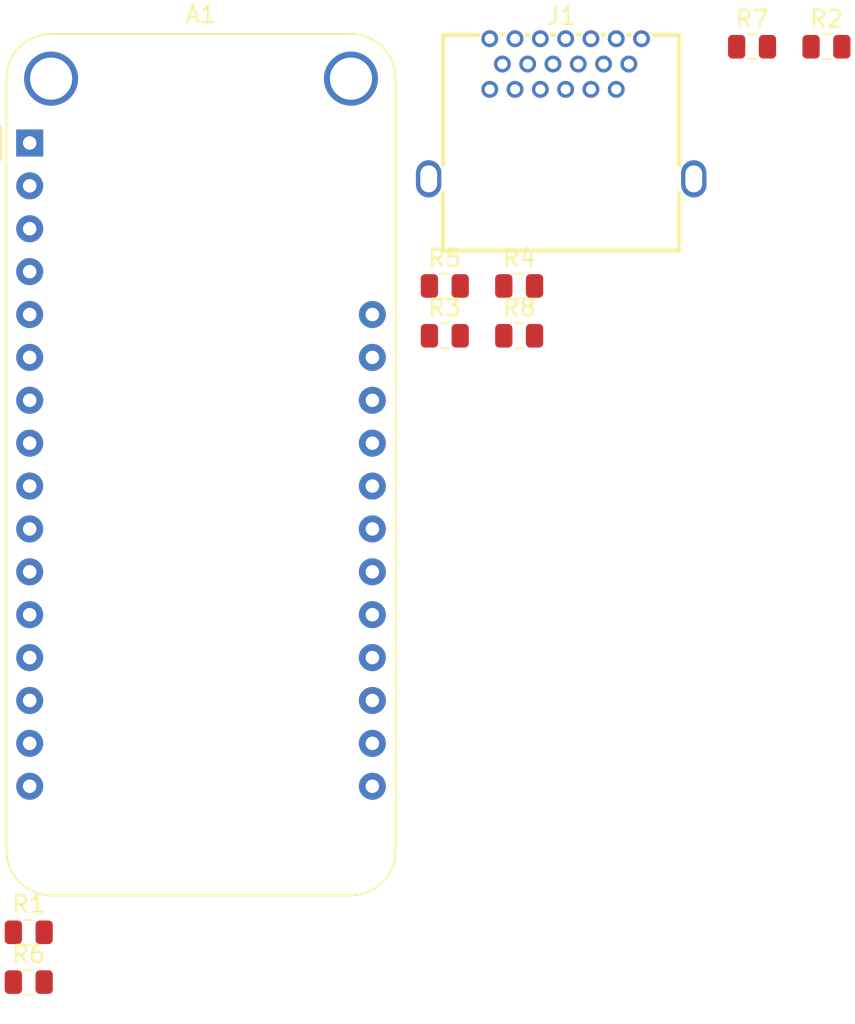
<source format=kicad_pcb>
(kicad_pcb (version 20210228) (generator pcbnew)
  (layers (0 "F.Cu" signal) (31 "B.Cu" signal) (34 "B.Paste" user) (35 "F.Paste" user) (36 "B.SilkS" user "B.Silkscreen") (37 "F.SilkS" user "F.Silkscreen") (38 "B.Mask" user) (39 "F.Mask" user) (44 "Edge.Cuts" user))
  (net 0 "")
  (net 3 "/WING_D2+")
  (net 4 "/WING_D2-")
  (net 5 "/WING_D1+")
  (net 6 "/WING_D1-")
  (net 7 "/WING_D0+")
  (net 8 "/WING_D0-")
  (net 10 "+5V")
  (net 16 "GND")
  (net 21 "/WING_CK+")
  (net 22 "/WING_CK-")
  (net 34 "Net-(J1-Pad12)")
  (net 35 "Net-(J1-Pad10)")
  (net 36 "Net-(J1-Pad9)")
  (net 37 "Net-(J1-Pad7)")
  (net 38 "Net-(J1-Pad6)")
  (net 39 "Net-(J1-Pad4)")
  (net 40 "Net-(J1-Pad3)")
  (net 41 "Net-(J1-Pad1)")
  (footprint "Resistor_SMD:R_0805_2012Metric" (layer "F.Cu") (at 164.974 84.089)
    (fp_text reference "R2" (at 0 -1.65) (layer "F.SilkS"))
    (fp_text value "270")
    (fp_line (start -0.227064 -0.735) (end 0.227064 -0.735) (layer "F.SilkS") (width 0.12))
    (fp_line (start -0.227064 0.735) (end 0.227064 0.735) (layer "F.SilkS") (width 0.12))
    (pad "1" smd roundrect (at -0.9125 0) (size 1.025 1.4) (layers "F.Cu" "F.Paste" "F.Mask") (roundrect_rratio 0.243902) (net 5 "/WING_D1+"))
    (pad "2" smd roundrect (at 0.9125 0) (size 1.025 1.4) (layers "F.Cu" "F.Paste" "F.Mask") (roundrect_rratio 0.243902) (net 39 "Net-(J1-Pad4)"))
  )
  (footprint "Resistor_SMD:R_0805_2012Metric" (layer "F.Cu") (at 146.754 98.259)
    (fp_text reference "R4" (at 0 -1.65) (layer "F.SilkS"))
    (fp_text value "270")
    (fp_line (start -0.227064 -0.735) (end 0.227064 -0.735) (layer "F.SilkS") (width 0.12))
    (fp_line (start -0.227064 0.735) (end 0.227064 0.735) (layer "F.SilkS") (width 0.12))
    (pad "1" smd roundrect (at -0.9125 0) (size 1.025 1.4) (layers "F.Cu" "F.Paste" "F.Mask") (roundrect_rratio 0.243902) (net 21 "/WING_CK+"))
    (pad "2" smd roundrect (at 0.9125 0) (size 1.025 1.4) (layers "F.Cu" "F.Paste" "F.Mask") (roundrect_rratio 0.243902) (net 35 "Net-(J1-Pad10)"))
  )
  (footprint "HDMI:HDMI-TH_HYC12-HDMIA19-61" (layer "F.Cu") (at 149.249 87.764)
    (fp_text reference "J1" (at 0 -5.5) (layer "F.SilkS"))
    (fp_text value "HDMI_A")
    (fp_line (start -7 3.33) (end -7 -4.381) (layer "F.SilkS") (width 0.254))
    (fp_line (start -7 8.4) (end -7 4.97) (layer "F.SilkS") (width 0.254))
    (fp_line (start 7 3.33) (end 7 -4.381) (layer "F.SilkS") (width 0.254))
    (fp_line (start -7 8.4) (end 7 8.4) (layer "F.SilkS") (width 0.254))
    (fp_line (start 2.566 -4.381) (end 2.454 -4.381) (layer "F.SilkS") (width 0.254))
    (fp_line (start 7 8.4) (end 7 4.97) (layer "F.SilkS") (width 0.254))
    (fp_line (start 4.066 -4.381) (end 3.954 -4.381) (layer "F.SilkS") (width 0.254))
    (fp_line (start -4.934 -4.381) (end -7 -4.381) (layer "F.SilkS") (width 0.254))
    (fp_line (start 7 -4.381) (end 5.454 -4.381) (layer "F.SilkS") (width 0.254))
    (fp_line (start -3.434 -4.381) (end -3.547 -4.381) (layer "F.SilkS") (width 0.254))
    (fp_line (start 1.066 -4.381) (end 0.954 -4.381) (layer "F.SilkS") (width 0.254))
    (fp_line (start -1.934 -4.381) (end -2.047 -4.381) (layer "F.SilkS") (width 0.254))
    (fp_line (start -0.434 -4.381) (end -0.546 -4.381) (layer "F.SilkS") (width 0.254))
    (pad "" np_thru_hole circle (at 0 2.35) (size 1.8 1.8) (drill 1.8) (layers *.Cu *.Mask))
    (pad "1" thru_hole circle (at 4.76 -4.15) (size 1 1) (drill 0.6) (layers *.Cu *.Paste *.Mask) (net 41 "Net-(J1-Pad1)"))
    (pad "2" thru_hole circle (at 4.01 -2.65) (size 1 1) (drill 0.6) (layers *.Cu *.Paste *.Mask) (net 16 "GND"))
    (pad "3" thru_hole circle (at 3.26 -4.15) (size 1 1) (drill 0.6) (layers *.Cu *.Paste *.Mask) (net 40 "Net-(J1-Pad3)"))
    (pad "4" thru_hole circle (at 3.26 -1.15) (size 1 1) (drill 0.6) (layers *.Cu *.Paste *.Mask) (net 39 "Net-(J1-Pad4)"))
    (pad "5" thru_hole circle (at 2.51 -2.65) (size 1 1) (drill 0.6) (layers *.Cu *.Paste *.Mask) (net 16 "GND"))
    (pad "6" thru_hole circle (at 1.76 -1.15) (size 1 1) (drill 0.6) (layers *.Cu *.Paste *.Mask) (net 38 "Net-(J1-Pad6)"))
    (pad "7" thru_hole circle (at 1.76 -4.15) (size 1 1) (drill 0.6) (layers *.Cu *.Paste *.Mask) (net 37 "Net-(J1-Pad7)"))
    (pad "8" thru_hole circle (at 1.01 -2.65) (size 1 1) (drill 0.6) (layers *.Cu *.Paste *.Mask) (net 16 "GND"))
    (pad "9" thru_hole circle (at 0.26 -4.15) (size 1 1) (drill 0.6) (layers *.Cu *.Paste *.Mask) (net 36 "Net-(J1-Pad9)"))
    (pad "10" thru_hole circle (at 0.26 -1.15) (size 1 1) (drill 0.6) (layers *.Cu *.Paste *.Mask) (net 35 "Net-(J1-Pad10)"))
    (pad "11" thru_hole circle (at -0.49 -2.65) (size 1 1) (drill 0.6) (layers *.Cu *.Paste *.Mask) (net 16 "GND"))
    (pad "12" thru_hole circle (at -1.24 -1.15) (size 1 1) (drill 0.6) (layers *.Cu *.Paste *.Mask) (net 34 "Net-(J1-Pad12)"))
    (pad "13" thru_hole circle (at -1.24 -4.15) (size 1 1) (drill 0.6) (layers *.Cu *.Paste *.Mask))
    (pad "14" thru_hole circle (at -1.99 -2.65) (size 1 1) (drill 0.6) (layers *.Cu *.Paste *.Mask))
    (pad "15" thru_hole circle (at -2.74 -4.15) (size 1 1) (drill 0.6) (layers *.Cu *.Paste *.Mask))
    (pad "16" thru_hole circle (at -2.74 -1.15) (size 1 1) (drill 0.6) (layers *.Cu *.Paste *.Mask))
    (pad "17" thru_hole circle (at -3.49 -2.65) (size 1 1) (drill 0.6) (layers *.Cu *.Paste *.Mask) (net 16 "GND"))
    (pad "18" thru_hole circle (at -4.24 -1.15) (size 1 1) (drill 0.6) (layers *.Cu *.Paste *.Mask) (net 10 "+5V"))
    (pad "19" thru_hole circle (at -4.24 -4.15) (size 1 1) (drill 0.6) (layers *.Cu *.Paste *.Mask))
    (pad "SH" thru_hole oval (at 7.86 4.15) (size 1.5 2.2) (drill oval 1 1.6) (layers *.Cu *.Paste *.Mask) (net 16 "GND"))
    (pad "SH" thru_hole oval (at -7.86 4.15) (size 1.5 2.2) (drill oval 1 1.6) (layers *.Cu *.Paste *.Mask) (net 16 "GND"))
  )
  (footprint "Resistor_SMD:R_0805_2012Metric" (layer "F.Cu") (at 117.674 139.489)
    (fp_text reference "R6" (at 0 -1.65) (layer "F.SilkS"))
    (fp_text value "270")
    (fp_line (start -0.227064 -0.735) (end 0.227064 -0.735) (layer "F.SilkS") (width 0.12))
    (fp_line (start -0.227064 0.735) (end 0.227064 0.735) (layer "F.SilkS") (width 0.12))
    (pad "1" smd roundrect (at -0.9125 0) (size 1.025 1.4) (layers "F.Cu" "F.Paste" "F.Mask") (roundrect_rratio 0.243902) (net 6 "/WING_D1-"))
    (pad "2" smd roundrect (at 0.9125 0) (size 1.025 1.4) (layers "F.Cu" "F.Paste" "F.Mask") (roundrect_rratio 0.243902) (net 38 "Net-(J1-Pad6)"))
  )
  (footprint "Resistor_SMD:R_0805_2012Metric" (layer "F.Cu") (at 142.344 98.259)
    (fp_text reference "R5" (at 0 -1.65) (layer "F.SilkS"))
    (fp_text value "270")
    (fp_line (start -0.227064 0.735) (end 0.227064 0.735) (layer "F.SilkS") (width 0.12))
    (fp_line (start -0.227064 -0.735) (end 0.227064 -0.735) (layer "F.SilkS") (width 0.12))
    (pad "1" smd roundrect (at -0.9125 0) (size 1.025 1.4) (layers "F.Cu" "F.Paste" "F.Mask") (roundrect_rratio 0.243902) (net 4 "/WING_D2-"))
    (pad "2" smd roundrect (at 0.9125 0) (size 1.025 1.4) (layers "F.Cu" "F.Paste" "F.Mask") (roundrect_rratio 0.243902) (net 40 "Net-(J1-Pad3)"))
  )
  (footprint "Resistor_SMD:R_0805_2012Metric" (layer "F.Cu") (at 142.344 101.209)
    (fp_text reference "R3" (at 0 -1.65) (layer "F.SilkS"))
    (fp_text value "270")
    (fp_line (start -0.227064 0.735) (end 0.227064 0.735) (layer "F.SilkS") (width 0.12))
    (fp_line (start -0.227064 -0.735) (end 0.227064 -0.735) (layer "F.SilkS") (width 0.12))
    (pad "1" smd roundrect (at -0.9125 0) (size 1.025 1.4) (layers "F.Cu" "F.Paste" "F.Mask") (roundrect_rratio 0.243902) (net 7 "/WING_D0+"))
    (pad "2" smd roundrect (at 0.9125 0) (size 1.025 1.4) (layers "F.Cu" "F.Paste" "F.Mask") (roundrect_rratio 0.243902) (net 37 "Net-(J1-Pad7)"))
  )
  (footprint "Module:Adafruit_Feather_WithMountingHoles" (layer "F.Cu") (at 117.729 89.789)
    (fp_text reference "A1" (at 10.16 -7.62) (layer "F.SilkS"))
    (fp_text value "Adafruit_Feather_Generic")
    (fp_line (start 19.05 44.56) (end 1.27 44.56) (layer "F.SilkS") (width 0.12))
    (fp_line (start 21.7 -3.81) (end 21.7 41.91) (layer "F.SilkS") (width 0.12))
    (fp_line (start 19.05 -6.46) (end 1.27 -6.46) (layer "F.SilkS") (width 0.12))
    (fp_line (start -1.7 1) (end -1.7 -1) (layer "F.SilkS") (width 0.12))
    (fp_line (start -1.38 -3.81) (end -1.38 41.91) (layer "F.SilkS") (width 0.12))
    (fp_arc (start 19.05 -3.81) (end 21.7 -3.81) (angle -90) (layer "F.SilkS") (width 0.12))
    (fp_arc (start 19.05 41.91) (end 19.05 44.56) (angle -90) (layer "F.SilkS") (width 0.12))
    (fp_arc (start 1.27 41.91) (end -1.38 41.91) (angle -90) (layer "F.SilkS") (width 0.12))
    (fp_arc (start 1.27 -3.81) (end 1.27 -6.46) (angle -90) (layer "F.SilkS") (width 0.12))
    (pad "" np_thru_hole circle (at 19.05 41.91 270) (size 2.54 2.54) (drill 2.54) (layers *.Cu *.Mask))
    (pad "" np_thru_hole circle (at 1.27 41.91 270) (size 2.54 2.54) (drill 2.54) (layers *.Cu *.Mask))
    (pad "" np_thru_hole circle (at 19.05 -3.81 270) (size 3.2 3.2) (drill 2.5) (layers *.Cu *.Mask))
    (pad "" np_thru_hole circle (at 1.27 -3.81 270) (size 3.2 3.2) (drill 2.5) (layers *.Cu *.Mask))
    (pad "1" thru_hole rect (at 0 0 180) (size 1.6 1.6) (drill 0.8) (layers *.Cu *.Mask))
    (pad "2" thru_hole circle (at 0 2.54 180) (size 1.6 1.6) (drill 0.8) (layers *.Cu *.Mask))
    (pad "3" thru_hole circle (at 0 5.08 180) (size 1.6 1.6) (drill 0.8) (layers *.Cu *.Mask))
    (pad "4" thru_hole circle (at 0 7.62 180) (size 1.6 1.6) (drill 0.8) (layers *.Cu *.Mask) (net 16 "GND"))
    (pad "5" thru_hole circle (at 0 10.16 180) (size 1.6 1.6) (drill 0.8) (layers *.Cu *.Mask))
    (pad "6" thru_hole circle (at 0 12.7 180) (size 1.6 1.6) (drill 0.8) (layers *.Cu *.Mask))
    (pad "7" thru_hole circle (at 0 15.24 180) (size 1.6 1.6) (drill 0.8) (layers *.Cu *.Mask))
    (pad "8" thru_hole circle (at 0 17.78 180) (size 1.6 1.6) (drill 0.8) (layers *.Cu *.Mask))
    (pad "9" thru_hole circle (at 0 20.32 180) (size 1.6 1.6) (drill 0.8) (layers *.Cu *.Mask) (net 21 "/WING_CK+"))
    (pad "10" thru_hole circle (at 0 22.86 180) (size 1.6 1.6) (drill 0.8) (layers *.Cu *.Mask) (net 22 "/WING_CK-"))
    (pad "11" thru_hole circle (at 0 25.4 180) (size 1.6 1.6) (drill 0.8) (layers *.Cu *.Mask))
    (pad "12" thru_hole circle (at 0 27.94 180) (size 1.6 1.6) (drill 0.8) (layers *.Cu *.Mask))
    (pad "13" thru_hole circle (at 0 30.48 180) (size 1.6 1.6) (drill 0.8) (layers *.Cu *.Mask))
    (pad "14" thru_hole circle (at 0 33.02 180) (size 1.6 1.6) (drill 0.8) (layers *.Cu *.Mask))
    (pad "15" thru_hole circle (at 0 35.56 180) (size 1.6 1.6) (drill 0.8) (layers *.Cu *.Mask))
    (pad "16" thru_hole circle (at 0 38.1 180) (size 1.6 1.6) (drill 0.8) (layers *.Cu *.Mask))
    (pad "17" thru_hole circle (at 20.32 38.1 180) (size 1.6 1.6) (drill 0.8) (layers *.Cu *.Mask))
    (pad "18" thru_hole circle (at 20.32 35.56 180) (size 1.6 1.6) (drill 0.8) (layers *.Cu *.Mask))
    (pad "19" thru_hole circle (at 20.32 33.02 180) (size 1.6 1.6) (drill 0.8) (layers *.Cu *.Mask) (net 3 "/WING_D2+"))
    (pad "20" thru_hole circle (at 20.32 30.48 180) (size 1.6 1.6) (drill 0.8) (layers *.Cu *.Mask) (net 4 "/WING_D2-"))
    (pad "21" thru_hole circle (at 20.32 27.94 180) (size 1.6 1.6) (drill 0.8) (layers *.Cu *.Mask) (net 5 "/WING_D1+"))
    (pad "22" thru_hole circle (at 20.32 25.4 180) (size 1.6 1.6) (drill 0.8) (layers *.Cu *.Mask) (net 6 "/WING_D1-"))
    (pad "23" thru_hole circle (at 20.32 22.86 180) (size 1.6 1.6) (drill 0.8) (layers *.Cu *.Mask) (net 7 "/WING_D0+"))
    (pad "24" thru_hole circle (at 20.32 20.32 180) (size 1.6 1.6) (drill 0.8) (layers *.Cu *.Mask) (net 8 "/WING_D0-"))
    (pad "25" thru_hole circle (at 20.32 17.78 180) (size 1.6 1.6) (drill 0.8) (layers *.Cu *.Mask))
    (pad "26" thru_hole circle (at 20.32 15.24 180) (size 1.6 1.6) (drill 0.8) (layers *.Cu *.Mask) (net 10 "+5V"))
    (pad "27" thru_hole circle (at 20.32 12.7 180) (size 1.6 1.6) (drill 0.8) (layers *.Cu *.Mask))
    (pad "28" thru_hole circle (at 20.32 10.16 180) (size 1.6 1.6) (drill 0.8) (layers *.Cu *.Mask))
  )
  (footprint "Resistor_SMD:R_0805_2012Metric" (layer "F.Cu") (at 117.674 136.539)
    (fp_text reference "R1" (at 0 -1.65) (layer "F.SilkS"))
    (fp_text value "270")
    (fp_line (start -0.227064 0.735) (end 0.227064 0.735) (layer "F.SilkS") (width 0.12))
    (fp_line (start -0.227064 -0.735) (end 0.227064 -0.735) (layer "F.SilkS") (width 0.12))
    (pad "1" smd roundrect (at -0.9125 0) (size 1.025 1.4) (layers "F.Cu" "F.Paste" "F.Mask") (roundrect_rratio 0.243902) (net 3 "/WING_D2+"))
    (pad "2" smd roundrect (at 0.9125 0) (size 1.025 1.4) (layers "F.Cu" "F.Paste" "F.Mask") (roundrect_rratio 0.243902) (net 41 "Net-(J1-Pad1)"))
  )
  (footprint "Resistor_SMD:R_0805_2012Metric" (layer "F.Cu") (at 160.564 84.089)
    (fp_text reference "R7" (at 0 -1.65) (layer "F.SilkS"))
    (fp_text value "270")
    (fp_line (start -0.227064 -0.735) (end 0.227064 -0.735) (layer "F.SilkS") (width 0.12))
    (fp_line (start -0.227064 0.735) (end 0.227064 0.735) (layer "F.SilkS") (width 0.12))
    (pad "1" smd roundrect (at -0.9125 0) (size 1.025 1.4) (layers "F.Cu" "F.Paste" "F.Mask") (roundrect_rratio 0.243902) (net 8 "/WING_D0-"))
    (pad "2" smd roundrect (at 0.9125 0) (size 1.025 1.4) (layers "F.Cu" "F.Paste" "F.Mask") (roundrect_rratio 0.243902) (net 36 "Net-(J1-Pad9)"))
  )
  (footprint "Resistor_SMD:R_0805_2012Metric" (layer "F.Cu") (at 146.754 101.209)
    (fp_text reference "R8" (at 0 -1.65) (layer "F.SilkS"))
    (fp_text value "270")
    (fp_line (start -0.227064 0.735) (end 0.227064 0.735) (layer "F.SilkS") (width 0.12))
    (fp_line (start -0.227064 -0.735) (end 0.227064 -0.735) (layer "F.SilkS") (width 0.12))
    (pad "1" smd roundrect (at -0.9125 0) (size 1.025 1.4) (layers "F.Cu" "F.Paste" "F.Mask") (roundrect_rratio 0.243902) (net 22 "/WING_CK-"))
    (pad "2" smd roundrect (at 0.9125 0) (size 1.025 1.4) (layers "F.Cu" "F.Paste" "F.Mask") (roundrect_rratio 0.243902) (net 34 "Net-(J1-Pad12)"))
  )
)
</source>
